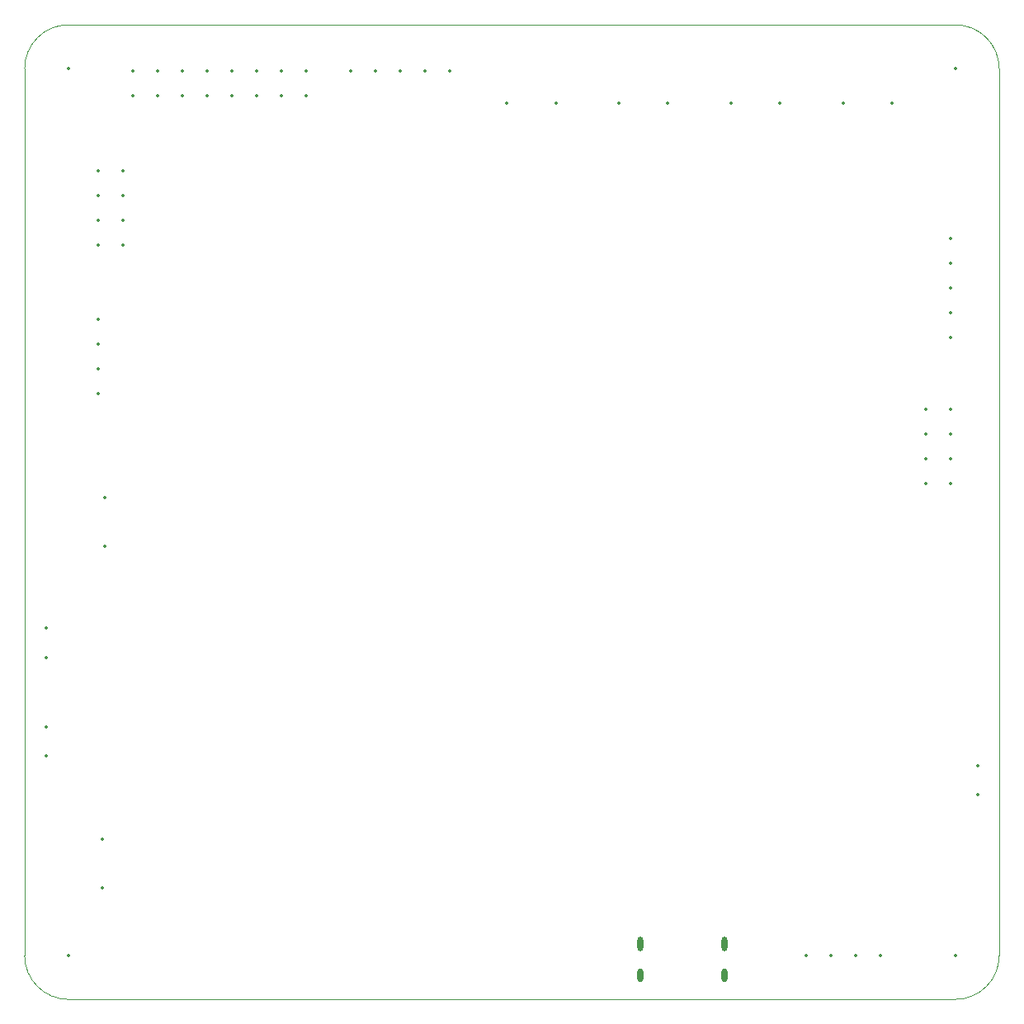
<source format=gko>
%TF.GenerationSoftware,KiCad,Pcbnew,8.0.5*%
%TF.CreationDate,2024-10-26T23:33:34-04:00*%
%TF.ProjectId,stm-midi-poc1,73746d2d-6d69-4646-992d-706f63312e6b,1*%
%TF.SameCoordinates,Original*%
%TF.FileFunction,Profile,NP*%
%FSLAX46Y46*%
G04 Gerber Fmt 4.6, Leading zero omitted, Abs format (unit mm)*
G04 Created by KiCad (PCBNEW 8.0.5) date 2024-10-26 23:33:34*
%MOMM*%
%LPD*%
G01*
G04 APERTURE LIST*
%TA.AperFunction,Profile*%
%ADD10C,0.050000*%
%TD*%
%ADD11C,0.350000*%
%ADD12O,0.599999X1.500022*%
%ADD13O,0.599999X1.399997*%
G04 APERTURE END LIST*
D10*
X206991181Y-131978476D02*
X206991181Y-40978476D01*
X202491181Y-36478476D02*
X111491181Y-36478476D01*
X202491181Y-36478476D02*
G75*
G02*
X206991224Y-40978476I19J-4500024D01*
G01*
X202491181Y-136478476D02*
X111491181Y-136478476D01*
X111491181Y-136478476D02*
G75*
G02*
X106991224Y-131978476I19J4499976D01*
G01*
X106991181Y-40978476D02*
X106991181Y-131978476D01*
X206991181Y-131978476D02*
G75*
G02*
X202491181Y-136478481I-4499981J-24D01*
G01*
X106991181Y-40978476D02*
G75*
G02*
X111491181Y-36478481I4500019J-24D01*
G01*
D11*
X114500000Y-66700000D03*
X114500000Y-69240000D03*
X114500000Y-71780000D03*
X114500000Y-74320000D03*
X167991181Y-44478476D03*
X172991181Y-44478476D03*
X202000000Y-58420000D03*
X202000000Y-60960000D03*
X202000000Y-63500000D03*
X202000000Y-66040000D03*
X202000000Y-68580000D03*
X204821181Y-115478476D03*
X204821181Y-112478476D03*
X114991181Y-125000000D03*
X114991181Y-120000000D03*
X202491181Y-131978476D03*
X194800000Y-132000000D03*
X192260000Y-132000000D03*
X189720000Y-132000000D03*
X187180000Y-132000000D03*
X115241181Y-90000000D03*
X115241181Y-85000000D03*
X109170000Y-108500000D03*
X109170000Y-111500000D03*
X202000000Y-83580000D03*
X199460000Y-83580000D03*
X202000000Y-81040000D03*
X199460000Y-81040000D03*
X202000000Y-78500000D03*
X199460000Y-78500000D03*
X202000000Y-75960000D03*
X199460000Y-75960000D03*
X109170000Y-98401199D03*
X109170000Y-101401199D03*
D12*
X170170000Y-130783476D03*
X178830000Y-130783476D03*
D13*
X178830000Y-133973476D03*
X170170000Y-133973476D03*
D11*
X140425000Y-41198800D03*
X142965000Y-41198800D03*
X145505000Y-41198800D03*
X148045000Y-41198800D03*
X150585000Y-41198800D03*
X111491179Y-131978478D03*
X190991181Y-44478472D03*
X195991181Y-44478472D03*
X135890000Y-41230000D03*
X135890000Y-43770000D03*
X133350000Y-41230000D03*
X133350000Y-43770000D03*
X130810000Y-41230000D03*
X130810000Y-43770000D03*
X128270000Y-41230000D03*
X128270000Y-43770000D03*
X125730000Y-41230000D03*
X125730000Y-43770000D03*
X123190000Y-41230000D03*
X123190000Y-43770000D03*
X120650000Y-41230000D03*
X120650000Y-43770000D03*
X118110000Y-41230000D03*
X118110000Y-43770000D03*
X117040000Y-59040000D03*
X114500000Y-59040000D03*
X117040000Y-56500000D03*
X114500000Y-56500000D03*
X117040000Y-53960000D03*
X114500000Y-53960000D03*
X117040000Y-51420000D03*
X114500000Y-51420000D03*
X156491181Y-44525976D03*
X161491181Y-44525976D03*
X179491181Y-44493096D03*
X184491181Y-44493096D03*
X202491181Y-40978476D03*
X111491181Y-40978476D03*
M02*

</source>
